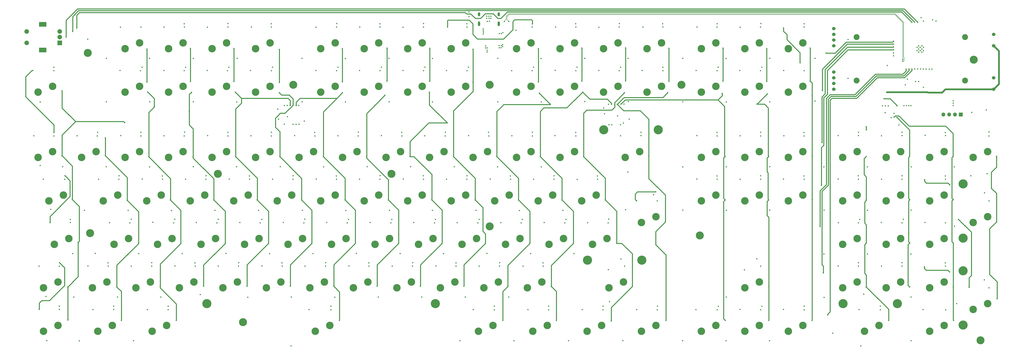
<source format=gbr>
%TF.GenerationSoftware,KiCad,Pcbnew,8.0.8*%
%TF.CreationDate,2025-04-23T12:27:23+02:00*%
%TF.ProjectId,Clavier,436c6176-6965-4722-9e6b-696361645f70,0.0*%
%TF.SameCoordinates,Original*%
%TF.FileFunction,Copper,L3,Inr*%
%TF.FilePolarity,Positive*%
%FSLAX46Y46*%
G04 Gerber Fmt 4.6, Leading zero omitted, Abs format (unit mm)*
G04 Created by KiCad (PCBNEW 8.0.8) date 2025-04-23 12:27:23*
%MOMM*%
%LPD*%
G01*
G04 APERTURE LIST*
%TA.AperFunction,ComponentPad*%
%ADD10C,4.000000*%
%TD*%
%TA.AperFunction,ComponentPad*%
%ADD11R,2.000000X2.000000*%
%TD*%
%TA.AperFunction,ComponentPad*%
%ADD12C,2.000000*%
%TD*%
%TA.AperFunction,ComponentPad*%
%ADD13R,3.200000X2.000000*%
%TD*%
%TA.AperFunction,ComponentPad*%
%ADD14C,1.524000*%
%TD*%
%TA.AperFunction,ComponentPad*%
%ADD15C,2.600000*%
%TD*%
%TA.AperFunction,ComponentPad*%
%ADD16C,3.300000*%
%TD*%
%TA.AperFunction,ComponentPad*%
%ADD17C,3.500000*%
%TD*%
%TA.AperFunction,ComponentPad*%
%ADD18R,1.700000X1.700000*%
%TD*%
%TA.AperFunction,ComponentPad*%
%ADD19O,1.700000X1.700000*%
%TD*%
%TA.AperFunction,HeatsinkPad*%
%ADD20C,0.600000*%
%TD*%
%TA.AperFunction,ComponentPad*%
%ADD21O,1.000000X1.800000*%
%TD*%
%TA.AperFunction,ComponentPad*%
%ADD22O,1.000000X2.100000*%
%TD*%
%TA.AperFunction,ViaPad*%
%ADD23C,0.600000*%
%TD*%
%TA.AperFunction,Conductor*%
%ADD24C,0.800000*%
%TD*%
%TA.AperFunction,Conductor*%
%ADD25C,0.400000*%
%TD*%
%TA.AperFunction,Conductor*%
%ADD26C,0.158200*%
%TD*%
%TA.AperFunction,Conductor*%
%ADD27C,0.200000*%
%TD*%
G04 APERTURE END LIST*
D10*
%TO.N,*%
%TO.C,S1*%
X344408750Y-161925000D03*
X368221250Y-161925000D03*
%TD*%
%TO.N,*%
%TO.C,S7*%
X449183750Y-238125000D03*
X472996250Y-238125000D03*
%TD*%
D11*
%TO.N,RE_A*%
%TO.C,SW3*%
X106140000Y-123785000D03*
D12*
%TO.N,RE_B*%
X106140000Y-118785000D03*
%TO.N,GND*%
X106140000Y-121285000D03*
D13*
X98640000Y-126885000D03*
X98640000Y-115685000D03*
D12*
%TO.N,RE_S*%
X91640000Y-118785000D03*
%TO.N,GND*%
X91640000Y-123785000D03*
%TD*%
D10*
%TO.N,*%
%TO.C,S5*%
X501730000Y-247491250D03*
X501730000Y-223678750D03*
%TD*%
%TO.N,*%
%TO.C,S6*%
X170577500Y-238125000D03*
X270590000Y-238125000D03*
%TD*%
%TO.N,*%
%TO.C,S3*%
X501730000Y-209391250D03*
X501730000Y-185578750D03*
%TD*%
%TO.N,*%
%TO.C,S4*%
X337265000Y-219075000D03*
X361077500Y-219075000D03*
%TD*%
D14*
%TO.N,unconnected-(RV2-Pad1)*%
%TO.C,RV2*%
X445140000Y-139085000D03*
%TO.N,unconnected-(RV2-Pad2)*%
X445140000Y-136585000D03*
%TO.N,unconnected-(RV2-Pad3)*%
X515140000Y-139085000D03*
%TO.N,GND*%
X445140000Y-144085000D03*
%TO.N,Net-(R27-Pad1)*%
X445140000Y-141585000D03*
%TO.N,+3.3V*%
X515140000Y-144085000D03*
D15*
%TO.N,GND*%
X455140000Y-140335000D03*
X502640000Y-140335000D03*
%TD*%
D14*
%TO.N,unconnected-(RV1-Pad1)*%
%TO.C,RV1*%
X445140000Y-120035000D03*
%TO.N,unconnected-(RV1-Pad2)*%
X445140000Y-117535000D03*
%TO.N,unconnected-(RV1-Pad3)*%
X515140000Y-120035000D03*
%TO.N,GND*%
X445140000Y-125035000D03*
%TO.N,Net-(R4-Pad2)*%
X445140000Y-122535000D03*
%TO.N,+3.3V*%
X515140000Y-125035000D03*
D15*
%TO.N,GND*%
X455140000Y-121285000D03*
X502640000Y-121285000D03*
%TD*%
D16*
%TO.N,Column 11*%
%TO.C,MX42*%
X293450000Y-171450000D03*
%TO.N,Net-(D42-A)*%
X287100000Y-173990000D03*
%TD*%
%TO.N,Column 8*%
%TO.C,MX60*%
X245825000Y-190500000D03*
%TO.N,Net-(D60-A)*%
X239475000Y-193040000D03*
%TD*%
%TO.N,Column 1*%
%TO.C,MX53*%
X107712500Y-190500000D03*
%TO.N,Net-(D53-A)*%
X101362500Y-193040000D03*
%TD*%
%TO.N,Column 11*%
%TO.C,MX84*%
X307737500Y-209550000D03*
%TO.N,Net-(D84-A)*%
X301387500Y-212090000D03*
%TD*%
%TO.N,Column 16*%
%TO.C,MX30*%
X412512500Y-142875000D03*
%TO.N,Net-(D30-A)*%
X406162500Y-145415000D03*
%TD*%
%TO.N,Column 1*%
%TO.C,MX74*%
X110093750Y-209550000D03*
%TO.N,Net-(D74-A)*%
X103743750Y-212090000D03*
%TD*%
%TO.N,Column 11*%
%TO.C,MX63*%
X302975000Y-190500000D03*
%TO.N,Net-(D63-A)*%
X296625000Y-193040000D03*
%TD*%
%TO.N,Column 17*%
%TO.C,MX15*%
X431562500Y-123825000D03*
%TO.N,Net-(D15-A)*%
X425212500Y-126365000D03*
%TD*%
%TO.N,Column 2*%
%TO.C,MX54*%
X131525000Y-190500000D03*
%TO.N,Net-(D54-A)*%
X125175000Y-193040000D03*
%TD*%
%TO.N,Column 9*%
%TO.C,MX23*%
X264875000Y-142875000D03*
%TO.N,Net-(D23-A)*%
X258525000Y-145415000D03*
%TD*%
%TO.N,Column 8*%
%TO.C,MX22*%
X245825000Y-142875000D03*
%TO.N,Net-(D22-A)*%
X239475000Y-145415000D03*
%TD*%
%TO.N,Column 14*%
%TO.C,MX45*%
X360125000Y-171450000D03*
%TO.N,Net-(D45-A)*%
X353775000Y-173990000D03*
%TD*%
%TO.N,Column 13*%
%TO.C,MX86*%
X345837500Y-209550000D03*
%TO.N,Net-(D86-A)*%
X339487500Y-212090000D03*
%TD*%
%TO.N,Column 14*%
%TO.C,MX28*%
X369650000Y-142875000D03*
%TO.N,Net-(D28-A)*%
X363300000Y-145415000D03*
%TD*%
%TO.N,Column 13*%
%TO.C,MX114*%
X343456250Y-247650000D03*
%TO.N,Net-(D114-A)*%
X337106250Y-250190000D03*
%TD*%
%TO.N,Column 16*%
%TO.C,MX68*%
X412512500Y-190500000D03*
%TO.N,Net-(D68-A)*%
X406162500Y-193040000D03*
%TD*%
%TO.N,Column 14*%
%TO.C,MX115*%
X367268750Y-247650000D03*
%TO.N,Net-(D115-A)*%
X360918750Y-250190000D03*
%TD*%
%TO.N,Column 18*%
%TO.C,MX87*%
X455375000Y-209550000D03*
%TO.N,Net-(D87-A)*%
X449025000Y-212090000D03*
%TD*%
%TO.N,Column 16*%
%TO.C,MX117*%
X412512500Y-247650000D03*
%TO.N,Net-(D117-A)*%
X406162500Y-250190000D03*
%TD*%
%TO.N,Column 6*%
%TO.C,MX20*%
X198200000Y-142875000D03*
%TO.N,Net-(D20-A)*%
X191850000Y-145415000D03*
%TD*%
D17*
%TO.N,GND*%
%TO.C,H6*%
X294415166Y-142177270D03*
%TD*%
D16*
%TO.N,Column 6*%
%TO.C,MX58*%
X207725000Y-190500000D03*
%TO.N,Net-(D58-A)*%
X201375000Y-193040000D03*
%TD*%
%TO.N,Column 12*%
%TO.C,MX101*%
X317262500Y-228600000D03*
%TO.N,Net-(D101-A)*%
X310912500Y-231140000D03*
%TD*%
%TO.N,Column 12*%
%TO.C,MX64*%
X322025000Y-190500000D03*
%TO.N,Net-(D64-A)*%
X315675000Y-193040000D03*
%TD*%
D18*
%TO.N,GND*%
%TO.C,J2*%
X500715166Y-155177270D03*
D19*
%TO.N,GPIO2*%
X498175166Y-155177270D03*
%TO.N,GPIO1*%
X495635166Y-155177270D03*
%TO.N,Net-(J2-Pin_4)*%
X493095166Y-155177270D03*
%TD*%
D16*
%TO.N,Column 14*%
%TO.C,MX66*%
X367268750Y-200025000D03*
%TO.N,Net-(D66-A)*%
X360918750Y-202565000D03*
%TD*%
%TO.N,Column 6*%
%TO.C,MX95*%
X202962500Y-228600000D03*
%TO.N,Net-(D95-A)*%
X196612500Y-231140000D03*
%TD*%
%TO.N,Column 16*%
%TO.C,MX14*%
X412512500Y-123825000D03*
%TO.N,Net-(D14-A)*%
X406162500Y-126365000D03*
%TD*%
%TO.N,Column 12*%
%TO.C,MX85*%
X326787500Y-209550000D03*
%TO.N,Net-(D85-A)*%
X320437500Y-212090000D03*
%TD*%
%TO.N,Column 10*%
%TO.C,MX99*%
X279162500Y-228600000D03*
%TO.N,Net-(D99-A)*%
X272812500Y-231140000D03*
%TD*%
%TO.N,Column 12*%
%TO.C,MX113*%
X319643750Y-247650000D03*
%TO.N,Net-(D113-A)*%
X313293750Y-250190000D03*
%TD*%
%TO.N,Column 9*%
%TO.C,MX61*%
X264875000Y-190500000D03*
%TO.N,Net-(D61-A)*%
X258525000Y-193040000D03*
%TD*%
%TO.N,Column 3*%
%TO.C,MX1*%
X141050000Y-123825000D03*
%TO.N,Net-(D1-A)*%
X134700000Y-126365000D03*
%TD*%
%TO.N,Column 18*%
%TO.C,MX49*%
X455375000Y-171450000D03*
%TO.N,Net-(D49-A)*%
X449025000Y-173990000D03*
%TD*%
%TO.N,Column 13*%
%TO.C,MX44*%
X331550000Y-171450000D03*
%TO.N,Net-(D44-A)*%
X325200000Y-173990000D03*
%TD*%
%TO.N,Column 15*%
%TO.C,MX116*%
X393462500Y-247650000D03*
%TO.N,Net-(D116-A)*%
X387112500Y-250190000D03*
%TD*%
D17*
%TO.N,GND*%
%TO.C,H7*%
X294415166Y-204177270D03*
%TD*%
D16*
%TO.N,Column 5*%
%TO.C,MX19*%
X179150000Y-142875000D03*
%TO.N,Net-(D19-A)*%
X172800000Y-145415000D03*
%TD*%
%TO.N,Column 12*%
%TO.C,MX10*%
X331550000Y-123825000D03*
%TO.N,Net-(D10-A)*%
X325200000Y-126365000D03*
%TD*%
%TO.N,Column 2*%
%TO.C,MX75*%
X136287500Y-209550000D03*
%TO.N,Net-(D75-A)*%
X129937500Y-212090000D03*
%TD*%
%TO.N,Column 14*%
%TO.C,MX12*%
X369650000Y-123825000D03*
%TO.N,Net-(D12-A)*%
X363300000Y-126365000D03*
%TD*%
%TO.N,Column 6*%
%TO.C,MX37*%
X198200000Y-171450000D03*
%TO.N,Net-(D37-A)*%
X191850000Y-173990000D03*
%TD*%
%TO.N,Column 7*%
%TO.C,MX96*%
X222012500Y-228600000D03*
%TO.N,Net-(D96-A)*%
X215662500Y-231140000D03*
%TD*%
%TO.N,Column 3*%
%TO.C,MX76*%
X155337500Y-209550000D03*
%TO.N,Net-(D76-A)*%
X148987500Y-212090000D03*
%TD*%
D17*
%TO.N,GND*%
%TO.C,H10*%
X175415166Y-181177270D03*
%TD*%
D16*
%TO.N,Column 5*%
%TO.C,MX57*%
X188675000Y-190500000D03*
%TO.N,Net-(D57-A)*%
X182325000Y-193040000D03*
%TD*%
%TO.N,Column 17*%
%TO.C,MX48*%
X431562500Y-171450000D03*
%TO.N,Net-(D48-A)*%
X425212500Y-173990000D03*
%TD*%
%TO.N,Column 21*%
%TO.C,MX73*%
X512525000Y-200025000D03*
%TO.N,Net-(D73-A)*%
X506175000Y-202565000D03*
%TD*%
%TO.N,Column 20*%
%TO.C,MX106*%
X493475000Y-228600000D03*
%TO.N,Net-(D106-A)*%
X487125000Y-231140000D03*
%TD*%
%TO.N,Column 3*%
%TO.C,MX92*%
X145812500Y-228600000D03*
%TO.N,Net-(D92-A)*%
X139462500Y-231140000D03*
%TD*%
%TO.N,Column 20*%
%TO.C,MX89*%
X493475000Y-209550000D03*
%TO.N,Net-(D89-A)*%
X487125000Y-212090000D03*
%TD*%
%TO.N,Column 2*%
%TO.C,MX109*%
X129143750Y-247650000D03*
%TO.N,Net-(D109-A)*%
X122793750Y-250190000D03*
%TD*%
%TO.N,Column 10*%
%TO.C,MX24*%
X283925000Y-142875000D03*
%TO.N,Net-(D24-A)*%
X277575000Y-145415000D03*
%TD*%
%TO.N,Column 3*%
%TO.C,MX110*%
X152956250Y-247650000D03*
%TO.N,Net-(D110-A)*%
X146606250Y-250190000D03*
%TD*%
%TO.N,Column 3*%
%TO.C,MX34*%
X141050000Y-171450000D03*
%TO.N,Net-(D34-A)*%
X134700000Y-173990000D03*
%TD*%
%TO.N,Column 7*%
%TO.C,MX5*%
X226775000Y-123825000D03*
%TO.N,Net-(D5-A)*%
X220425000Y-126365000D03*
%TD*%
%TO.N,Column 17*%
%TO.C,MX31*%
X431610176Y-142875000D03*
%TO.N,Net-(D31-A)*%
X425260176Y-145415000D03*
%TD*%
D17*
%TO.N,GND*%
%TO.C,H8*%
X208415166Y-142177270D03*
%TD*%
D16*
%TO.N,Column 9*%
%TO.C,MX40*%
X255350000Y-171450000D03*
%TO.N,Net-(D40-A)*%
X249000000Y-173990000D03*
%TD*%
%TO.N,Column 9*%
%TO.C,MX82*%
X269637500Y-209550000D03*
%TO.N,Net-(D82-A)*%
X263287500Y-212090000D03*
%TD*%
%TO.N,Column 6*%
%TO.C,MX79*%
X212487500Y-209550000D03*
%TO.N,Net-(D79-A)*%
X206137500Y-212090000D03*
%TD*%
%TO.N,Column 3*%
%TO.C,MX55*%
X150575000Y-190500000D03*
%TO.N,Net-(D55-A)*%
X144225000Y-193040000D03*
%TD*%
%TO.N,Column 4*%
%TO.C,MX56*%
X169625000Y-190500000D03*
%TO.N,Net-(D56-A)*%
X163275000Y-193040000D03*
%TD*%
D17*
%TO.N,GND*%
%TO.C,H4*%
X506415166Y-131177270D03*
%TD*%
D16*
%TO.N,Column 15*%
%TO.C,MX13*%
X393462500Y-123825000D03*
%TO.N,Net-(D13-A)*%
X387112500Y-126365000D03*
%TD*%
%TO.N,Column 19*%
%TO.C,MX71*%
X474425000Y-190500000D03*
%TO.N,Net-(D71-A)*%
X468075000Y-193040000D03*
%TD*%
D17*
%TO.N,GND*%
%TO.C,H2*%
X118415166Y-128177270D03*
%TD*%
D16*
%TO.N,Column 13*%
%TO.C,MX65*%
X341075000Y-190500000D03*
%TO.N,Net-(D65-A)*%
X334725000Y-193040000D03*
%TD*%
%TO.N,Column 1*%
%TO.C,MX90*%
X105331250Y-228600000D03*
%TO.N,Net-(D90-A)*%
X98981250Y-231140000D03*
%TD*%
%TO.N,Column 20*%
%TO.C,MX120*%
X493475000Y-247650000D03*
%TO.N,Net-(D120-A)*%
X487125000Y-250190000D03*
%TD*%
D20*
%TO.N,GND*%
%TO.C,U1*%
X482305000Y-127865000D03*
X483705000Y-127865000D03*
X481605000Y-127165000D03*
X483005000Y-127165000D03*
X484405000Y-127165000D03*
X482305000Y-126465000D03*
X483705000Y-126465000D03*
X481605000Y-125765000D03*
X483005000Y-125765000D03*
X484405000Y-125765000D03*
X482305000Y-125065000D03*
X483705000Y-125065000D03*
%TD*%
D16*
%TO.N,Column 13*%
%TO.C,MX11*%
X350600000Y-123825000D03*
%TO.N,Net-(D11-A)*%
X344250000Y-126365000D03*
%TD*%
D17*
%TO.N,GND*%
%TO.C,H11*%
X378415166Y-142177270D03*
%TD*%
%TO.N,GND*%
%TO.C,H12*%
X251415166Y-181177270D03*
%TD*%
D16*
%TO.N,Column 4*%
%TO.C,MX2*%
X160100000Y-123825000D03*
%TO.N,Net-(D2-A)*%
X153750000Y-126365000D03*
%TD*%
%TO.N,Column 4*%
%TO.C,MX93*%
X164862500Y-228600000D03*
%TO.N,Net-(D93-A)*%
X158512500Y-231140000D03*
%TD*%
%TO.N,Column 7*%
%TO.C,MX59*%
X226775000Y-190500000D03*
%TO.N,Net-(D59-A)*%
X220425000Y-193040000D03*
%TD*%
%TO.N,Column 8*%
%TO.C,MX39*%
X236300000Y-171450000D03*
%TO.N,Net-(D39-A)*%
X229950000Y-173990000D03*
%TD*%
%TO.N,Column 4*%
%TO.C,MX77*%
X174387500Y-209550000D03*
%TO.N,Net-(D77-A)*%
X168037500Y-212090000D03*
%TD*%
D17*
%TO.N,GND*%
%TO.C,H3*%
X509414200Y-254178000D03*
%TD*%
D16*
%TO.N,Column 4*%
%TO.C,MX18*%
X160100000Y-142875000D03*
%TO.N,Net-(D18-A)*%
X153750000Y-145415000D03*
%TD*%
%TO.N,Column 3*%
%TO.C,MX17*%
X141050000Y-142875000D03*
%TO.N,Net-(D17-A)*%
X134700000Y-145415000D03*
%TD*%
%TO.N,Column 19*%
%TO.C,MX50*%
X474425000Y-171450000D03*
%TO.N,Net-(D50-A)*%
X468075000Y-173990000D03*
%TD*%
%TO.N,Column 10*%
%TO.C,MX41*%
X274400000Y-171450000D03*
%TO.N,Net-(D41-A)*%
X268050000Y-173990000D03*
%TD*%
%TO.N,Column 16*%
%TO.C,MX103*%
X412512500Y-228600000D03*
%TO.N,Net-(D103-A)*%
X406162500Y-231140000D03*
%TD*%
%TO.N,Column 5*%
%TO.C,MX78*%
X193437500Y-209550000D03*
%TO.N,Net-(D78-A)*%
X187087500Y-212090000D03*
%TD*%
%TO.N,Column 18*%
%TO.C,MX70*%
X455375000Y-190500000D03*
%TO.N,Net-(D70-A)*%
X449025000Y-193040000D03*
%TD*%
%TO.N,Column 12*%
%TO.C,MX43*%
X312500000Y-171450000D03*
%TO.N,Net-(D43-A)*%
X306150000Y-173990000D03*
%TD*%
%TO.N,Column 9*%
%TO.C,MX98*%
X260112500Y-228600000D03*
%TO.N,Net-(D98-A)*%
X253762500Y-231140000D03*
%TD*%
D17*
%TO.N,GND*%
%TO.C,H9*%
X119415166Y-207177270D03*
%TD*%
D16*
%TO.N,Column 18*%
%TO.C,MX104*%
X455375000Y-228600000D03*
%TO.N,Net-(D104-A)*%
X449025000Y-231140000D03*
%TD*%
%TO.N,Column 11*%
%TO.C,MX100*%
X298212500Y-228600000D03*
%TO.N,Net-(D100-A)*%
X291862500Y-231140000D03*
%TD*%
%TO.N,Column 21*%
%TO.C,MX52*%
X512525000Y-171450000D03*
%TO.N,Net-(D52-A)*%
X506175000Y-173990000D03*
%TD*%
%TO.N,Column 20*%
%TO.C,MX72*%
X493475000Y-190500000D03*
%TO.N,Net-(D72-A)*%
X487125000Y-193040000D03*
%TD*%
%TO.N,Column 11*%
%TO.C,MX9*%
X312500000Y-123825000D03*
%TO.N,Net-(D9-A)*%
X306150000Y-126365000D03*
%TD*%
%TO.N,Column 5*%
%TO.C,MX94*%
X183912500Y-228600000D03*
%TO.N,Net-(D94-A)*%
X177562500Y-231140000D03*
%TD*%
%TO.N,Column 12*%
%TO.C,MX26*%
X331550000Y-142875000D03*
%TO.N,Net-(D26-A)*%
X325200000Y-145415000D03*
%TD*%
%TO.N,Column 8*%
%TO.C,MX97*%
X241062500Y-228600000D03*
%TO.N,Net-(D97-A)*%
X234712500Y-231140000D03*
%TD*%
%TO.N,Column 9*%
%TO.C,MX7*%
X264875000Y-123825000D03*
%TO.N,Net-(D7-A)*%
X258525000Y-126365000D03*
%TD*%
%TO.N,Column 20*%
%TO.C,MX51*%
X493475000Y-171450000D03*
%TO.N,Net-(D51-A)*%
X487125000Y-173990000D03*
%TD*%
%TO.N,Column 19*%
%TO.C,MX88*%
X474425000Y-209550000D03*
%TO.N,Net-(D88-A)*%
X468075000Y-212090000D03*
%TD*%
%TO.N,Column 4*%
%TO.C,MX35*%
X160100000Y-171450000D03*
%TO.N,Net-(D35-A)*%
X153750000Y-173990000D03*
%TD*%
%TO.N,Column 1*%
%TO.C,MX16*%
X102950000Y-142875000D03*
%TO.N,Net-(D16-A)*%
X96600000Y-145415000D03*
%TD*%
%TO.N,Column 10*%
%TO.C,MX83*%
X288687500Y-209550000D03*
%TO.N,Net-(D83-A)*%
X282337500Y-212090000D03*
%TD*%
%TO.N,Column 5*%
%TO.C,MX3*%
X179150000Y-123825000D03*
%TO.N,Net-(D3-A)*%
X172800000Y-126365000D03*
%TD*%
D17*
%TO.N,GND*%
%TO.C,H5*%
X386415166Y-208176570D03*
%TD*%
D16*
%TO.N,Column 1*%
%TO.C,MX108*%
X105331250Y-247650000D03*
%TO.N,Net-(D108-A)*%
X98981250Y-250190000D03*
%TD*%
D17*
%TO.N,GND*%
%TO.C,H1*%
X186415166Y-246177270D03*
%TD*%
D16*
%TO.N,Column 15*%
%TO.C,MX67*%
X393462500Y-190500000D03*
%TO.N,Net-(D67-A)*%
X387112500Y-193040000D03*
%TD*%
%TO.N,Column 13*%
%TO.C,MX102*%
X352981250Y-228600000D03*
%TO.N,Net-(D102-A)*%
X346631250Y-231140000D03*
%TD*%
%TO.N,Column 10*%
%TO.C,MX62*%
X283925000Y-190500000D03*
%TO.N,Net-(D62-A)*%
X277575000Y-193040000D03*
%TD*%
D21*
%TO.N,GND*%
%TO.C,J1*%
X289772471Y-111232529D03*
D22*
X289772471Y-115432529D03*
D21*
X298412471Y-111232529D03*
D22*
X298412471Y-115432529D03*
%TD*%
D16*
%TO.N,Column 5*%
%TO.C,MX36*%
X179150000Y-171450000D03*
%TO.N,Net-(D36-A)*%
X172800000Y-173990000D03*
%TD*%
%TO.N,Column 18*%
%TO.C,MX119*%
X464900000Y-247650000D03*
%TO.N,Net-(D119-A)*%
X458550000Y-250190000D03*
%TD*%
%TO.N,Column 1*%
%TO.C,MX32*%
X102950000Y-171450000D03*
%TO.N,Net-(D32-A)*%
X96600000Y-173990000D03*
%TD*%
%TO.N,Column 6*%
%TO.C,MX4*%
X198200000Y-123825000D03*
%TO.N,Net-(D4-A)*%
X191850000Y-126365000D03*
%TD*%
%TO.N,Column 17*%
%TO.C,MX118*%
X431562500Y-247650000D03*
%TO.N,Net-(D118-A)*%
X425212500Y-250190000D03*
%TD*%
%TO.N,Column 8*%
%TO.C,MX81*%
X250587500Y-209550000D03*
%TO.N,Net-(D81-A)*%
X244237500Y-212090000D03*
%TD*%
%TO.N,Column 7*%
%TO.C,MX21*%
X226775000Y-142875000D03*
%TO.N,Net-(D21-A)*%
X220425000Y-145415000D03*
%TD*%
%TO.N,Column 11*%
%TO.C,MX112*%
X295831250Y-247650000D03*
%TO.N,Net-(D112-A)*%
X289481250Y-250190000D03*
%TD*%
%TO.N,Column 17*%
%TO.C,MX69*%
X431562500Y-190500000D03*
%TO.N,Net-(D69-A)*%
X425212500Y-193040000D03*
%TD*%
%TO.N,Column 8*%
%TO.C,MX6*%
X245825000Y-123825000D03*
%TO.N,Net-(D6-A)*%
X239475000Y-126365000D03*
%TD*%
%TO.N,Column 7*%
%TO.C,MX80*%
X231537500Y-209550000D03*
%TO.N,Net-(D80-A)*%
X225187500Y-212090000D03*
%TD*%
%TO.N,Column 15*%
%TO.C,MX46*%
X393462500Y-171450000D03*
%TO.N,Net-(D46-A)*%
X387112500Y-173990000D03*
%TD*%
%TO.N,Column 7*%
%TO.C,MX38*%
X217250000Y-171450000D03*
%TO.N,Net-(D38-A)*%
X210900000Y-173990000D03*
%TD*%
%TO.N,Column 2*%
%TO.C,MX33*%
X122000000Y-171450000D03*
%TO.N,Net-(D33-A)*%
X115650000Y-173990000D03*
%TD*%
%TO.N,Column 7*%
%TO.C,MX111*%
X224393750Y-247650000D03*
%TO.N,Net-(D111-A)*%
X218043750Y-250190000D03*
%TD*%
%TO.N,Column 19*%
%TO.C,MX105*%
X474425000Y-228600000D03*
%TO.N,Net-(D105-A)*%
X468075000Y-231140000D03*
%TD*%
%TO.N,Column 2*%
%TO.C,MX91*%
X126762500Y-228600000D03*
%TO.N,Net-(D91-A)*%
X120412500Y-231140000D03*
%TD*%
%TO.N,Column 10*%
%TO.C,MX8*%
X283925000Y-123825000D03*
%TO.N,Net-(D8-A)*%
X277575000Y-126365000D03*
%TD*%
%TO.N,Column 11*%
%TO.C,MX25*%
X312500000Y-142875000D03*
%TO.N,Net-(D25-A)*%
X306150000Y-145415000D03*
%TD*%
%TO.N,Column 13*%
%TO.C,MX27*%
X350600000Y-142875000D03*
%TO.N,Net-(D27-A)*%
X344250000Y-145415000D03*
%TD*%
%TO.N,Column 16*%
%TO.C,MX47*%
X412512500Y-171450000D03*
%TO.N,Net-(D47-A)*%
X406162500Y-173990000D03*
%TD*%
%TO.N,Column 15*%
%TO.C,MX29*%
X393462500Y-142875000D03*
%TO.N,Net-(D29-A)*%
X387112500Y-145415000D03*
%TD*%
%TO.N,Column 21*%
%TO.C,MX107*%
X512525000Y-238125000D03*
%TO.N,Net-(D107-A)*%
X506175000Y-240665000D03*
%TD*%
D23*
%TO.N,+5V*%
X227353750Y-116852500D03*
X227353750Y-183552500D03*
X413153750Y-164552500D03*
X184453750Y-221652500D03*
X477940000Y-151265000D03*
X313053750Y-135952500D03*
X232053750Y-202652500D03*
X466459403Y-151351708D03*
X296440000Y-240765000D03*
X105953125Y-240665000D03*
X475053750Y-221652500D03*
X497415166Y-149177270D03*
X236853750Y-164552500D03*
X179653750Y-135952500D03*
X327353750Y-202652500D03*
X193953750Y-202652500D03*
X455953750Y-202652500D03*
X394053750Y-240752500D03*
X265453750Y-183552500D03*
X284540000Y-116865000D03*
X494053750Y-202652500D03*
X394053750Y-183552500D03*
X303553750Y-183552500D03*
X351153750Y-116852500D03*
X224940000Y-240765000D03*
X475053750Y-202652500D03*
X108340000Y-183565000D03*
X179753750Y-164552500D03*
X432140000Y-135965000D03*
X370240000Y-135965000D03*
X255953750Y-164552500D03*
X513140000Y-164565000D03*
X313153750Y-164552500D03*
X475053750Y-164452500D03*
X293340000Y-126965000D03*
X153585000Y-240710000D03*
X105953125Y-221665000D03*
X198840000Y-116865000D03*
X351153750Y-135952500D03*
X394053750Y-164552500D03*
X494053750Y-183552500D03*
X432153750Y-240752500D03*
X174953750Y-202652500D03*
X160653750Y-164552500D03*
X293340000Y-127765000D03*
X455953750Y-221652500D03*
X170153750Y-183552500D03*
X322653750Y-183552500D03*
X289253750Y-202652500D03*
X227353750Y-135952500D03*
X274953750Y-164552500D03*
X360740000Y-164465000D03*
X432153750Y-164552500D03*
X494053750Y-221652500D03*
X141653750Y-116852500D03*
X222553750Y-221652500D03*
X201940000Y-157265000D03*
X160753750Y-116852500D03*
X313053750Y-116852500D03*
X465540000Y-240765000D03*
X141553750Y-135952500D03*
X367840000Y-240765000D03*
X455953750Y-164452500D03*
X246353750Y-183552500D03*
X332153750Y-116852500D03*
X494140000Y-240765000D03*
X294053750Y-164552500D03*
X165453125Y-221665000D03*
X203553750Y-221652500D03*
X475840000Y-151265000D03*
X284453750Y-183552500D03*
X370240000Y-116865000D03*
X344740000Y-154865000D03*
X179753750Y-116852500D03*
X413153750Y-183552500D03*
X129753125Y-240665000D03*
X217853750Y-164552500D03*
X270253750Y-202652500D03*
X246453750Y-116852500D03*
X455953750Y-183552500D03*
X208353750Y-183552500D03*
X279653750Y-221652500D03*
X198853750Y-164552500D03*
X513140000Y-231165000D03*
X251153750Y-202652500D03*
X413140000Y-221665000D03*
X198840000Y-135965000D03*
X189253750Y-183552500D03*
X151153750Y-183552500D03*
X494053750Y-164452500D03*
X344040000Y-240765000D03*
X346353750Y-202652500D03*
X308253750Y-202652500D03*
X367840000Y-193065000D03*
X341653750Y-183552500D03*
X146453125Y-221665000D03*
X292640000Y-125165000D03*
X320240000Y-240765000D03*
X284540000Y-135965000D03*
X265453750Y-116852500D03*
X292640000Y-125965000D03*
X103540000Y-164565000D03*
X260653750Y-221652500D03*
X497415166Y-150177270D03*
X127353125Y-221665000D03*
X136853750Y-202652500D03*
X413053750Y-135952500D03*
X103540000Y-135965000D03*
X265453750Y-135952500D03*
X246453750Y-135952500D03*
X505140000Y-182065000D03*
X393953750Y-116852500D03*
X210907547Y-159465000D03*
X432153750Y-183552500D03*
X332153750Y-164552500D03*
X353540000Y-221665000D03*
X497415166Y-151177270D03*
X393953750Y-135952500D03*
X160653750Y-135952500D03*
X413153750Y-240752500D03*
X213053750Y-202652500D03*
X352996983Y-158886995D03*
X413053750Y-116852500D03*
X478940000Y-151265000D03*
X110740000Y-202565000D03*
X132053750Y-183552500D03*
X475053750Y-183552500D03*
X293340000Y-125965000D03*
X122553750Y-164552500D03*
X505540000Y-154265000D03*
X155953750Y-202652500D03*
X241553750Y-221652500D03*
X432140000Y-116852500D03*
X513140000Y-193065000D03*
X476940000Y-151265000D03*
X317853750Y-221652500D03*
X332153750Y-135952500D03*
X298753750Y-221652500D03*
X141653750Y-164552500D03*
%TO.N,+3.3V*%
X468320466Y-145377270D03*
X118427500Y-122177500D03*
X486362516Y-145524620D03*
%TO.N,EN*%
X488140000Y-135265000D03*
X468540000Y-133665000D03*
%TO.N,RE_S*%
X113540000Y-117265000D03*
X479305487Y-114734336D03*
%TO.N,RE_A*%
X108940000Y-121265000D03*
X481858341Y-114715214D03*
%TO.N,RE_B*%
X480550047Y-114748679D03*
X111772500Y-118785000D03*
%TO.N,Row 1*%
X441740000Y-128265000D03*
X471295000Y-123065000D03*
%TO.N,Row 2*%
X471272284Y-124325512D03*
X440140000Y-144665000D03*
%TO.N,Row 3*%
X471253948Y-125597284D03*
X439940000Y-167465000D03*
%TO.N,Row 4*%
X471253948Y-126859370D03*
X439727500Y-186277500D03*
%TO.N,Row 5*%
X439140000Y-204265000D03*
X476763830Y-135274044D03*
%TO.N,Row 6*%
X440540000Y-224665000D03*
X478072124Y-135240579D03*
%TO.N,Row 7*%
X442540000Y-243065000D03*
X479316684Y-135254922D03*
%TO.N,POT 1*%
X471279022Y-128162761D03*
X451415166Y-122377270D03*
%TO.N,POT 2*%
X451415166Y-139377270D03*
X471295000Y-129465000D03*
%TO.N,Net-(D1-K)*%
X316958528Y-130602736D03*
X417078352Y-130586824D03*
X269333528Y-130602736D03*
X250327352Y-130586824D03*
X183840000Y-130586824D03*
X436890000Y-130586824D03*
X164602352Y-130586824D03*
X397984528Y-130602736D03*
X297952352Y-130586824D03*
X126502352Y-130531000D03*
X336052352Y-130543000D03*
X145508528Y-130546912D03*
X212227352Y-130586824D03*
X355058528Y-130586824D03*
X378978352Y-130586824D03*
X231233528Y-130602736D03*
%TO.N,Net-(D16-K)*%
X417122176Y-149648824D03*
X336096176Y-149521824D03*
X97590176Y-149720000D03*
X250371176Y-149648824D03*
X164646176Y-149648824D03*
X297996176Y-149648824D03*
X317002352Y-149664736D03*
X436890000Y-149265000D03*
X355102352Y-149537736D03*
X183652352Y-149664736D03*
X212271176Y-149648824D03*
X126546176Y-149593000D03*
X269377352Y-149664736D03*
X398028352Y-149664736D03*
X231277352Y-149664736D03*
X145552352Y-149608912D03*
X379022176Y-149648824D03*
%TO.N,Net-(D32-K)*%
X297908528Y-178100736D03*
X97606088Y-177576824D03*
X479040000Y-178165000D03*
X145508528Y-178100736D03*
X459833528Y-178100736D03*
X259808528Y-178044912D03*
X354940000Y-180465000D03*
X398028352Y-178165000D03*
X278902352Y-178084824D03*
X126502352Y-178084824D03*
X240802352Y-178029000D03*
X440840000Y-178165000D03*
X497869264Y-178165000D03*
X317046176Y-178168000D03*
X164602352Y-178029000D03*
X417078352Y-178084824D03*
X379040000Y-178165000D03*
X202702352Y-178084824D03*
X107408528Y-178044912D03*
X221708528Y-178100736D03*
X183608528Y-178044912D03*
%TO.N,Net-(D53-K)*%
X193260528Y-197221912D03*
X250540000Y-197221912D03*
X212398176Y-197218000D03*
X353920000Y-196948088D03*
X288471176Y-197218000D03*
X116933528Y-197221912D03*
X478971176Y-197146824D03*
X269377352Y-197178088D03*
X326527352Y-197206000D03*
X102234176Y-196765000D03*
X155077352Y-197233912D03*
X231404352Y-197233912D03*
X417122176Y-197146824D03*
X398028352Y-197162736D03*
X136071176Y-197218000D03*
X307477352Y-197233912D03*
X459877352Y-197162736D03*
X379022176Y-197146824D03*
X440871176Y-197146824D03*
X498065000Y-204159176D03*
X174127352Y-197206000D03*
%TO.N,Net-(D74-K)*%
X217053352Y-216156912D03*
X331353352Y-216156912D03*
X140770176Y-216141000D03*
X459833528Y-216327736D03*
X274203352Y-216156912D03*
X111830088Y-216184824D03*
X440827352Y-216311824D03*
X293253352Y-216101088D03*
X312347176Y-216141000D03*
X121676352Y-216101088D03*
X255197176Y-216141000D03*
X236103352Y-216101088D03*
X478927352Y-216311824D03*
X178953352Y-216101088D03*
X198047176Y-216141000D03*
X159776352Y-216156912D03*
%TO.N,Net-(D100-K)*%
X100130176Y-234937000D03*
X167690000Y-234065000D03*
X398028352Y-235179000D03*
X131400000Y-235234824D03*
X150400000Y-235234824D03*
X207528352Y-235234824D03*
X264722176Y-235246824D03*
X346940000Y-237265000D03*
X478971176Y-235206912D03*
X302822176Y-235191000D03*
X245628352Y-235234824D03*
X498993352Y-238068176D03*
X283728352Y-235234824D03*
X188478352Y-235290648D03*
X226578352Y-235290648D03*
X440871176Y-235373824D03*
X458290000Y-233965000D03*
X112278352Y-235234824D03*
%TO.N,Net-(D108-K)*%
X478971176Y-254368000D03*
X328984176Y-254368000D03*
X444740000Y-251065000D03*
X207440000Y-256600000D03*
X281359176Y-254368000D03*
X305108176Y-254368000D03*
X138484176Y-254368000D03*
X352733176Y-254368000D03*
X114691352Y-254383912D03*
X100440000Y-254368000D03*
X457000000Y-256600000D03*
X378895176Y-254368000D03*
X416995176Y-254368000D03*
X397945176Y-254368000D03*
%TO.N,Net-(J1-CC2)*%
X294340000Y-114265000D03*
X285390000Y-110265000D03*
%TO.N,Net-(J1-CC1)*%
X293394073Y-114348363D03*
X285390000Y-112265000D03*
%TO.N,Net-(LED1-DIN)*%
X160640000Y-115415000D03*
X132690000Y-116915000D03*
%TO.N,Net-(LED2-DIN)*%
X179798750Y-115335000D03*
X151848750Y-116835000D03*
%TO.N,Net-(LED3-DIN)*%
X170790000Y-116915000D03*
X198740000Y-115415000D03*
%TO.N,Net-(LED4-DIN)*%
X227454983Y-115353708D03*
X190093750Y-116835000D03*
%TO.N,Net-(LED5-DIN)*%
X246302500Y-115395000D03*
X218352500Y-116895000D03*
%TO.N,Net-(LED6-DIN)*%
X237548750Y-116835000D03*
X265498750Y-115335000D03*
%TO.N,Net-(LED7-DIN)*%
X256490000Y-116915000D03*
X284440000Y-115415000D03*
%TO.N,Net-(LED8-DIN)*%
X313140000Y-115465000D03*
X275940000Y-116865000D03*
%TO.N,Net-(LED10-DOUT)*%
X332102500Y-115395000D03*
X305940000Y-118265000D03*
%TO.N,Net-(LED10-DIN)*%
X323298750Y-116835000D03*
X351248750Y-115335000D03*
%TO.N,Net-(LED11-DIN)*%
X342240000Y-116915000D03*
X370190000Y-115415000D03*
%TO.N,Net-(LED12-DIN)*%
X361540000Y-116865000D03*
X394102500Y-115395000D03*
%TO.N,Net-(LED13-DIN)*%
X413198750Y-115335000D03*
X385248750Y-116835000D03*
%TO.N,Net-(LED14-DIN)*%
X404190000Y-116915000D03*
X432140000Y-115415000D03*
%TO.N,Net-(LED15-DIN)*%
X423140000Y-117265000D03*
X430390000Y-132515000D03*
%TO.N,Net-(LED16-DOUT)*%
X103590000Y-134415000D03*
X132577500Y-135902500D03*
%TO.N,Net-(LED16-DIN)*%
X94390000Y-135915000D03*
X103552500Y-163095000D03*
%TO.N,Net-(LED17-DOUT)*%
X142217500Y-134495000D03*
X151717500Y-135890000D03*
%TO.N,Net-(LED18-DOUT)*%
X161217500Y-134495000D03*
X170717500Y-135890000D03*
%TO.N,Net-(LED19-DOUT)*%
X180215000Y-134495000D03*
X189715000Y-135890000D03*
%TO.N,Net-(LED20-DOUT)*%
X199340000Y-134465000D03*
X218340000Y-135915000D03*
%TO.N,Net-(LED21-DOUT)*%
X237417500Y-135890000D03*
X227917500Y-134495000D03*
%TO.N,Net-(LED22-DOUT)*%
X246967500Y-134495000D03*
X256467500Y-135890000D03*
%TO.N,Net-(LED23-DOUT)*%
X266017500Y-134495000D03*
X275517500Y-135890000D03*
%TO.N,Net-(LED24-DOUT)*%
X304070000Y-135945000D03*
X285070000Y-134495000D03*
%TO.N,Net-(LED25-DOUT)*%
X323117500Y-135840000D03*
X313617500Y-134445000D03*
%TO.N,Net-(LED26-DOUT)*%
X332717500Y-134495000D03*
X342217500Y-135890000D03*
%TO.N,Net-(LED27-DOUT)*%
X351717500Y-134495000D03*
X361217500Y-135890000D03*
%TO.N,Net-(LED28-DOUT)*%
X384840000Y-135915000D03*
X370240000Y-134465000D03*
%TO.N,Net-(LED29-DOUT)*%
X394517500Y-134495000D03*
X404017500Y-135890000D03*
%TO.N,Net-(LED30-DOUT)*%
X413667500Y-134495000D03*
X423167500Y-135890000D03*
%TO.N,Net-(LED32-DIN)*%
X94740000Y-164515000D03*
X122690000Y-163015000D03*
%TO.N,Net-(LED33-DIN)*%
X141690000Y-163015000D03*
X113740000Y-164515000D03*
%TO.N,Net-(LED34-DIN)*%
X132848750Y-164435000D03*
X160798750Y-162935000D03*
%TO.N,Net-(LED35-DIN)*%
X179740000Y-163015000D03*
X151790000Y-164515000D03*
%TO.N,Net-(LED36-DIN)*%
X198848750Y-162960000D03*
X170898750Y-164460000D03*
%TO.N,Net-(LED37-DIN)*%
X189840000Y-164540000D03*
X217790000Y-163040000D03*
%TO.N,Net-(LED38-DIN)*%
X208998750Y-164410000D03*
X236948750Y-162910000D03*
%TO.N,Net-(LED39-DIN)*%
X255890000Y-162990000D03*
X227940000Y-164490000D03*
%TO.N,Net-(LED40-DIN)*%
X274998750Y-162910000D03*
X247048750Y-164410000D03*
%TO.N,Net-(LED41-DIN)*%
X265990000Y-164490000D03*
X293940000Y-162990000D03*
%TO.N,Net-(LED42-DIN)*%
X313148750Y-162960000D03*
X285198750Y-164460000D03*
%TO.N,Net-(LED43-DIN)*%
X304140000Y-164540000D03*
X332090000Y-163040000D03*
%TO.N,Net-(LED44-DIN)*%
X360740000Y-163015000D03*
X323040000Y-164465000D03*
%TO.N,Net-(LED45-DIN)*%
X393971448Y-163030685D03*
X351740000Y-164510000D03*
%TO.N,Net-(LED46-DIN)*%
X413148750Y-162960000D03*
X385198750Y-164460000D03*
%TO.N,Net-(LED47-DIN)*%
X404140000Y-164540000D03*
X432090000Y-163040000D03*
%TO.N,Net-(LED48-DIN)*%
X456002500Y-162970000D03*
X423252500Y-164470000D03*
%TO.N,Net-(LED49-DIN)*%
X447098750Y-164460000D03*
X475048750Y-162960000D03*
%TO.N,Net-(LED50-DIN)*%
X466040000Y-164540000D03*
X493990000Y-163040000D03*
%TO.N,Net-(LED51-DIN)*%
X513140000Y-162815000D03*
X485190000Y-164315000D03*
%TO.N,Net-(LED53-DOUT)*%
X108440000Y-182065000D03*
X101890000Y-202615000D03*
%TO.N,Net-(LED53-DIN)*%
X98940000Y-183565000D03*
X132090000Y-182015000D03*
%TO.N,Net-(LED54-DIN)*%
X151090000Y-182090000D03*
X123140000Y-183590000D03*
%TO.N,Net-(LED55-DIN)*%
X170248750Y-182010000D03*
X142298750Y-183510000D03*
%TO.N,Net-(LED56-DIN)*%
X161240000Y-183590000D03*
X189190000Y-182090000D03*
%TO.N,Net-(LED57-DIN)*%
X180398750Y-183510000D03*
X208348750Y-182010000D03*
%TO.N,Net-(LED58-DIN)*%
X227290000Y-182090000D03*
X199340000Y-183590000D03*
%TO.N,Net-(LED59-DIN)*%
X218498750Y-183460000D03*
X246448750Y-181960000D03*
%TO.N,Net-(LED60-DIN)*%
X237440000Y-183540000D03*
X265390000Y-182040000D03*
%TO.N,Net-(LED61-DIN)*%
X284548750Y-182010000D03*
X256598750Y-183510000D03*
%TO.N,Net-(LED62-DIN)*%
X303490000Y-182090000D03*
X275540000Y-183590000D03*
%TO.N,Net-(LED63-DIN)*%
X294698750Y-183510000D03*
X322648750Y-182010000D03*
%TO.N,Net-(LED64-DIN)*%
X341590000Y-182090000D03*
X313640000Y-183590000D03*
%TO.N,Net-(LED65-DIN)*%
X332740000Y-183665000D03*
X366183750Y-190308750D03*
%TO.N,Net-(LED66-DIN)*%
X394002500Y-182095000D03*
X358740000Y-193065000D03*
X367140000Y-189065000D03*
%TO.N,Net-(LED67-DIN)*%
X385198750Y-183510000D03*
X413148750Y-182010000D03*
%TO.N,Net-(LED68-DIN)*%
X404140000Y-183590000D03*
X432090000Y-182090000D03*
%TO.N,Net-(LED69-DIN)*%
X423140000Y-183515000D03*
X455890000Y-182015000D03*
%TO.N,Net-(LED70-DIN)*%
X475048750Y-182010000D03*
X447098750Y-183510000D03*
%TO.N,Net-(LED71-DIN)*%
X493990000Y-182090000D03*
X466040000Y-183590000D03*
%TO.N,Net-(LED72-DIN)*%
X495890000Y-186015000D03*
X511140000Y-189515000D03*
X484890000Y-183765000D03*
%TO.N,Net-(LED74-DOUT)*%
X127970000Y-202590000D03*
X110790000Y-201195000D03*
%TO.N,Net-(LED75-DOUT)*%
X137420000Y-201050000D03*
X146920000Y-202445000D03*
%TO.N,Net-(LED76-DOUT)*%
X156520000Y-201100000D03*
X166020000Y-202495000D03*
%TO.N,Net-(LED77-DOUT)*%
X175520000Y-201100000D03*
X185020000Y-202495000D03*
%TO.N,Net-(LED78-DOUT)*%
X204120000Y-202545000D03*
X194620000Y-201150000D03*
%TO.N,Net-(LED79-DOUT)*%
X213520000Y-201100000D03*
X223020000Y-202495000D03*
%TO.N,Net-(LED80-DOUT)*%
X242120000Y-202545000D03*
X232620000Y-201150000D03*
%TO.N,Net-(LED81-DOUT)*%
X261120000Y-202545000D03*
X251620000Y-201150000D03*
%TO.N,Net-(LED82-DOUT)*%
X280220000Y-202595000D03*
X270720000Y-201200000D03*
%TO.N,Net-(LED83-DOUT)*%
X299332515Y-202584187D03*
X289832515Y-201189187D03*
%TO.N,Net-(LED84-DOUT)*%
X318270000Y-202545000D03*
X308770000Y-201150000D03*
%TO.N,Net-(LED85-DOUT)*%
X327870000Y-201200000D03*
X337370000Y-202595000D03*
%TO.N,Net-(LED86-DOUT)*%
X346540000Y-201065000D03*
X447120462Y-202608273D03*
%TO.N,Net-(LED87-DOUT)*%
X465980000Y-202545000D03*
X456480000Y-201150000D03*
%TO.N,Net-(LED88-DOUT)*%
X485080000Y-202495000D03*
X475580000Y-201100000D03*
%TO.N,Net-(LED107-DIN)*%
X499765000Y-201140000D03*
X504390000Y-231015000D03*
%TO.N,Net-(LED90-DIN)*%
X127290000Y-220215000D03*
X97040000Y-221665000D03*
%TO.N,Net-(LED108-DIN)*%
X97140000Y-240665000D03*
X106040000Y-220165000D03*
%TO.N,Net-(LED91-DIN)*%
X118498750Y-221610000D03*
X146448750Y-220110000D03*
%TO.N,Net-(LED92-DIN)*%
X165390000Y-220190000D03*
X137440000Y-221690000D03*
%TO.N,Net-(LED93-DIN)*%
X184548750Y-220110000D03*
X156598750Y-221610000D03*
%TO.N,Net-(LED94-DIN)*%
X175540000Y-221690000D03*
X203490000Y-220190000D03*
%TO.N,Net-(LED95-DIN)*%
X222598750Y-220110000D03*
X194648750Y-221610000D03*
%TO.N,Net-(LED96-DIN)*%
X213590000Y-221690000D03*
X241540000Y-220190000D03*
%TO.N,Net-(LED97-DIN)*%
X232798750Y-221610000D03*
X260748750Y-220110000D03*
%TO.N,Net-(LED98-DIN)*%
X279690000Y-220190000D03*
X251740000Y-221690000D03*
%TO.N,Net-(LED100-DOUT)*%
X298848750Y-220110000D03*
X270898750Y-221610000D03*
%TO.N,Net-(LED100-DIN)*%
X289840000Y-221690000D03*
X317790000Y-220190000D03*
%TO.N,Net-(LED101-DIN)*%
X351890000Y-218515000D03*
X309077500Y-221635000D03*
%TO.N,Net-(LED102-DIN)*%
X346390000Y-223215000D03*
X411390000Y-218465000D03*
%TO.N,Net-(LED103-DIN)*%
X455990000Y-220115000D03*
X405990000Y-223265000D03*
%TO.N,Net-(LED104-DIN)*%
X447098750Y-221610000D03*
X475048750Y-220110000D03*
%TO.N,Net-(LED105-DIN)*%
X466040000Y-221690000D03*
X493990000Y-220190000D03*
%TO.N,Net-(LED106-DIN)*%
X495840000Y-224195000D03*
X511090000Y-227695000D03*
X484840000Y-221945000D03*
%TO.N,Net-(LED108-DOUT)*%
X120690000Y-240715000D03*
X105940000Y-239215000D03*
%TO.N,Net-(LED109-DOUT)*%
X129740000Y-239215000D03*
X144490000Y-240715000D03*
%TO.N,Net-(LED110-DOUT)*%
X215340000Y-240715000D03*
X153590000Y-239165000D03*
%TO.N,Net-(LED111-DOUT)*%
X287190000Y-240715000D03*
X224940000Y-239215000D03*
%TO.N,Net-(LED112-DOUT)*%
X296440000Y-239215000D03*
X311190000Y-240715000D03*
%TO.N,Net-(LED113-DOUT)*%
X320240000Y-239215000D03*
X334990000Y-240715000D03*
%TO.N,Net-(LED114-DOUT)*%
X358890000Y-240715000D03*
X344140000Y-239215000D03*
%TO.N,Net-(LED115-DOUT)*%
X367890000Y-239215000D03*
X384790000Y-240715000D03*
%TO.N,Net-(LED116-DOUT)*%
X404080000Y-240645000D03*
X394580000Y-239250000D03*
%TO.N,Net-(LED117-DOUT)*%
X423130000Y-240645000D03*
X413630000Y-239250000D03*
%TO.N,Net-(LED118-DOUT)*%
X456240000Y-240715000D03*
X432190000Y-239215000D03*
%TO.N,Net-(LED119-DOUT)*%
X465540000Y-239215000D03*
X484240000Y-240715000D03*
%TO.N,Column 3*%
X204540176Y-151176000D03*
X145140000Y-173765000D03*
X157140000Y-245451875D03*
X144340000Y-126451875D03*
X159140000Y-211765000D03*
X154567500Y-192633125D03*
X144640000Y-145365000D03*
X147515000Y-151765000D03*
X144340000Y-140951875D03*
X150140000Y-230468125D03*
%TO.N,Column 4*%
X178567500Y-211765000D03*
X163340000Y-126215000D03*
X205794176Y-151176000D03*
X173567500Y-192633125D03*
X163340000Y-140715000D03*
X164567500Y-173765000D03*
X169140000Y-230468125D03*
X162890000Y-153765000D03*
X163840000Y-145465000D03*
%TO.N,Column 5*%
X183040000Y-145365000D03*
X183140000Y-173633125D03*
X188140000Y-230468125D03*
X182440000Y-126251875D03*
X207080176Y-151176000D03*
X182440000Y-140751875D03*
X192567500Y-192633125D03*
X197567500Y-211633125D03*
%TO.N,Column 6*%
X202340000Y-141151875D03*
X208334176Y-151176000D03*
X202340000Y-145665000D03*
X202567500Y-173633125D03*
X207140000Y-230468125D03*
X202340000Y-126651875D03*
X212067500Y-192633125D03*
X216567500Y-211633125D03*
%TO.N,Column 7*%
X235567500Y-211633125D03*
X229940000Y-145665000D03*
X228640000Y-245451875D03*
X209640000Y-151205000D03*
X231067500Y-192633125D03*
X221567500Y-173633125D03*
X229940000Y-126351875D03*
X229940000Y-140851875D03*
X226140000Y-230468125D03*
%TO.N,Column 8*%
X250067500Y-192633125D03*
X248540000Y-146765000D03*
X249440000Y-140551875D03*
X240567500Y-173633125D03*
X245140000Y-230468125D03*
X254567500Y-211633125D03*
X244129000Y-151176000D03*
X249440000Y-126051875D03*
X210874176Y-151176000D03*
%TO.N,Column 9*%
X268140000Y-126151875D03*
X346625176Y-159665000D03*
X268140000Y-140651875D03*
X268040000Y-145365000D03*
X275840000Y-158865000D03*
X259567500Y-173633125D03*
X273567500Y-211633125D03*
X269067500Y-192633125D03*
X264140000Y-230468125D03*
%TO.N,Column 10*%
X278567500Y-173633125D03*
X287140000Y-126551875D03*
X288067500Y-192633125D03*
X287140000Y-141051875D03*
X280640000Y-151515000D03*
X292567500Y-211633125D03*
X344390000Y-152350000D03*
X283140000Y-230468125D03*
%TO.N,Column 11*%
X297567500Y-173633125D03*
X321011000Y-150736000D03*
X302390000Y-230515000D03*
X316140000Y-145765000D03*
X315740000Y-126351875D03*
X307067500Y-192633125D03*
X300140000Y-245451875D03*
X312067500Y-211633125D03*
X346510176Y-150736000D03*
X315740000Y-140851875D03*
%TO.N,Column 12*%
X323640000Y-245451875D03*
X335140000Y-145365000D03*
X334840000Y-126051875D03*
X316567500Y-173633125D03*
X326070000Y-192598125D03*
X321390000Y-230515000D03*
X334840000Y-140551875D03*
X347780176Y-150736000D03*
X331067500Y-211633125D03*
%TO.N,Column 13*%
X335567500Y-173633125D03*
X347640000Y-245732812D03*
X349165176Y-150765000D03*
X350067500Y-211633125D03*
X356890000Y-230515000D03*
X345070000Y-192598125D03*
X353940000Y-140451875D03*
X353940000Y-125951875D03*
X353440000Y-145665000D03*
%TO.N,Column 14*%
X372940000Y-140651875D03*
X371390000Y-202265000D03*
X350320176Y-150736000D03*
X371640000Y-245451875D03*
X372440000Y-145565000D03*
X364140000Y-173515000D03*
X372940000Y-126151875D03*
%TO.N,Column 15*%
X396240000Y-145965000D03*
X397640000Y-245451875D03*
X397570000Y-173598125D03*
X397570000Y-192598125D03*
X396640000Y-140551875D03*
X351940000Y-150665000D03*
X396640000Y-126051875D03*
%TO.N,Column 16*%
X353240000Y-150665000D03*
X416640000Y-245451875D03*
X416640000Y-230515000D03*
X415740000Y-126251875D03*
X416570000Y-173598125D03*
X416570000Y-192598125D03*
X415740000Y-140751875D03*
X416040000Y-146165000D03*
X411540000Y-150665000D03*
%TO.N,Column 17*%
X434840000Y-126051875D03*
X467140000Y-148265000D03*
X472826414Y-151359845D03*
X435640000Y-146965000D03*
X435640000Y-192515000D03*
X434840000Y-140551875D03*
X435640000Y-173515000D03*
X435640000Y-245451875D03*
%TO.N,Column 1*%
X134540000Y-158765000D03*
X109640000Y-245265000D03*
X111640000Y-192468125D03*
X114140000Y-211265000D03*
X204540000Y-159405000D03*
X107140000Y-144765000D03*
X107140000Y-173265000D03*
X109640000Y-230765000D03*
%TO.N,Column 2*%
X133140000Y-245451875D03*
X126140000Y-173265000D03*
X135640000Y-192765000D03*
X140640000Y-211765000D03*
X126140000Y-165465000D03*
X201640000Y-152795176D03*
X131140000Y-230765000D03*
%TO.N,Column 18*%
X459340000Y-161910000D03*
X459320000Y-173598125D03*
X459390000Y-211515000D03*
X473640000Y-159765000D03*
X459390000Y-230765000D03*
X469140000Y-245451875D03*
X459390000Y-192515000D03*
X459340000Y-160510000D03*
%TO.N,Column 19*%
X478390000Y-192515000D03*
X478320000Y-173598125D03*
X478390000Y-211515000D03*
X478390000Y-230765000D03*
X472820827Y-156461736D03*
%TO.N,Column 20*%
X497460000Y-192485000D03*
X497640000Y-245451875D03*
X497460000Y-230735000D03*
X471539990Y-156265000D03*
X497390000Y-173568125D03*
X497460000Y-211485000D03*
%TO.N,Column 21*%
X516640000Y-235951875D03*
X516390000Y-202265000D03*
X470275000Y-156515000D03*
X516390000Y-173515000D03*
%TO.N,LED Data 1*%
X484415166Y-114177270D03*
X511915166Y-153177270D03*
%TO.N,D+*%
X475340000Y-131865000D03*
X300840000Y-114365000D03*
%TO.N,D-*%
X475365000Y-131065000D03*
X302840000Y-114365000D03*
%TO.N,LED Data 2*%
X512240000Y-181065000D03*
X483415166Y-112677270D03*
%TO.N,Net-(U11-VIN)*%
X294915166Y-112077270D03*
X299540000Y-119715000D03*
X300140000Y-119265000D03*
X294890000Y-113015000D03*
X300115166Y-125377270D03*
X291690166Y-119152270D03*
X299415166Y-125877270D03*
X298562348Y-124963985D03*
X291665166Y-119877270D03*
X299462348Y-124963985D03*
X294140000Y-113015000D03*
X294115166Y-112077270D03*
X298615166Y-125877270D03*
X291665166Y-118427270D03*
X300062348Y-124513985D03*
X291665166Y-117727270D03*
X293115166Y-112077270D03*
X293140000Y-113015000D03*
X298640000Y-119715000D03*
%TO.N,ACCEL_INT1*%
X486940000Y-135265000D03*
X484415166Y-143277270D03*
%TO.N,SPI_CS_ACCEL*%
X482315166Y-140677270D03*
X485631706Y-135298465D03*
%TO.N,Net-(U3-QH')*%
X347902863Y-159665000D03*
X213240000Y-158065000D03*
%TO.N,Net-(U4-QH')*%
X471540000Y-154665000D03*
X355540000Y-157265000D03*
%TO.N,SPI_CLK*%
X467740000Y-151365000D03*
X351700212Y-159694098D03*
X476415166Y-142177270D03*
X481867941Y-135231018D03*
X467640000Y-154375000D03*
X209640000Y-159479000D03*
%TO.N,SPI_MISO*%
X484365000Y-135252500D03*
X480915166Y-140677270D03*
%TO.N,SPI_CS_SR*%
X350440000Y-155765000D03*
X469010692Y-151359845D03*
X208340000Y-159479000D03*
X483110184Y-135214486D03*
%TO.N,SPI_MOSI*%
X205840000Y-156158000D03*
X480624978Y-135221457D03*
X477421448Y-139683552D03*
%TO.N,GPIO2*%
X488415166Y-113677270D03*
%TO.N,GPIO1*%
X489915166Y-114177270D03*
%TD*%
D24*
%TO.N,+3.3V*%
X494007436Y-144085000D02*
X515140000Y-144085000D01*
X486362516Y-145524620D02*
X486215166Y-145377270D01*
X515140000Y-144085000D02*
X517415166Y-141809834D01*
X492567816Y-145524620D02*
X494007436Y-144085000D01*
X517415166Y-127310166D02*
X515140000Y-125035000D01*
X517415166Y-141809834D02*
X517415166Y-127310166D01*
X486215166Y-145377270D02*
X468320466Y-145377270D01*
X486362516Y-145524620D02*
X492567816Y-145524620D01*
D25*
%TO.N,RE_S*%
X113540000Y-111665000D02*
X114740000Y-110465000D01*
X474836151Y-110265000D02*
X479305487Y-114734336D01*
X113540000Y-117265000D02*
X113540000Y-111665000D01*
X290427436Y-113065000D02*
X292515166Y-110977270D01*
X288140000Y-113065000D02*
X290427436Y-113065000D01*
X114740000Y-110465000D02*
X283740000Y-110465000D01*
X298002896Y-113065000D02*
X299340000Y-113065000D01*
X302140000Y-110265000D02*
X474836151Y-110265000D01*
X286140000Y-111065000D02*
X288140000Y-113065000D01*
X292515166Y-110977270D02*
X295915166Y-110977270D01*
X283740000Y-110465000D02*
X284340000Y-111065000D01*
X299340000Y-113065000D02*
X302140000Y-110265000D01*
X284340000Y-111065000D02*
X286140000Y-111065000D01*
X295915166Y-110977270D02*
X298002896Y-113065000D01*
%TO.N,RE_A*%
X108940000Y-113865000D02*
X113927000Y-108878000D01*
X108940000Y-121265000D02*
X108940000Y-113865000D01*
X113927000Y-108878000D02*
X476021127Y-108878000D01*
X476021127Y-108878000D02*
X481858341Y-114715214D01*
%TO.N,RE_B*%
X283940000Y-109665000D02*
X284040000Y-109565000D01*
X475366368Y-109565000D02*
X480550047Y-114748679D01*
X111772500Y-118785000D02*
X111772500Y-112232500D01*
X284040000Y-109565000D02*
X475366368Y-109565000D01*
X111772500Y-112232500D02*
X114340000Y-109665000D01*
X114340000Y-109665000D02*
X283940000Y-109665000D01*
%TO.N,Row 1*%
X471295000Y-123065000D02*
X470895000Y-123465000D01*
X445740000Y-128265000D02*
X441740000Y-128265000D01*
X450540000Y-123465000D02*
X445740000Y-128265000D01*
X470895000Y-123465000D02*
X450540000Y-123465000D01*
%TO.N,Row 2*%
X471272284Y-124325512D02*
X451079488Y-124325512D01*
X440140000Y-135265000D02*
X440140000Y-144665000D01*
X451079488Y-124325512D02*
X440140000Y-135265000D01*
%TO.N,Row 3*%
X441340000Y-146065000D02*
X441340000Y-135465000D01*
X439940000Y-147465000D02*
X441340000Y-146065000D01*
X451140000Y-125665000D02*
X471186232Y-125665000D01*
X471186232Y-125665000D02*
X471253948Y-125597284D01*
X441340000Y-135465000D02*
X451140000Y-125665000D01*
X439940000Y-167465000D02*
X439940000Y-147465000D01*
%TO.N,Row 4*%
X451340000Y-126865000D02*
X471248318Y-126865000D01*
X471248318Y-126865000D02*
X471253948Y-126859370D01*
X442340000Y-146265000D02*
X442340000Y-135865000D01*
X440740000Y-168665000D02*
X440740000Y-147865000D01*
X439727500Y-169677500D02*
X440740000Y-168665000D01*
X439727500Y-186277500D02*
X439727500Y-169677500D01*
X440740000Y-147865000D02*
X442340000Y-146265000D01*
X442340000Y-135865000D02*
X451340000Y-126865000D01*
%TO.N,Row 5*%
X454340000Y-146465000D02*
X463340000Y-137465000D01*
X475340000Y-137465000D02*
X476763830Y-136041170D01*
X441940000Y-185865000D02*
X441940000Y-148065000D01*
X441940000Y-148065000D02*
X443540000Y-146465000D01*
X439140000Y-188665000D02*
X441940000Y-185865000D01*
X439140000Y-204265000D02*
X439140000Y-188665000D01*
X463340000Y-137465000D02*
X475340000Y-137465000D01*
X476763830Y-136041170D02*
X476763830Y-135274044D01*
X443540000Y-146465000D02*
X454340000Y-146465000D01*
%TO.N,Row 6*%
X475740000Y-138265000D02*
X478072124Y-135932876D01*
X463740000Y-138265000D02*
X475740000Y-138265000D01*
X439940000Y-221065000D02*
X439940000Y-188865000D01*
X440540000Y-221665000D02*
X439940000Y-221065000D01*
X454740000Y-147265000D02*
X463740000Y-138265000D01*
X439940000Y-188865000D02*
X442740000Y-186065000D01*
X442740000Y-148465000D02*
X443940000Y-147265000D01*
X443940000Y-147265000D02*
X454740000Y-147265000D01*
X442740000Y-186065000D02*
X442740000Y-148465000D01*
X440540000Y-224665000D02*
X440540000Y-221665000D01*
X478072124Y-135932876D02*
X478072124Y-135240579D01*
%TO.N,Row 7*%
X476140000Y-139065000D02*
X464140000Y-139065000D01*
X479316684Y-135254922D02*
X479316684Y-135888316D01*
X455140000Y-148065000D02*
X444340000Y-148065000D01*
X479316684Y-135888316D02*
X476140000Y-139065000D01*
X444340000Y-148065000D02*
X443540000Y-148865000D01*
X442540000Y-242665000D02*
X442540000Y-243065000D01*
X443540000Y-148865000D02*
X443540000Y-241665000D01*
X464140000Y-139065000D02*
X455140000Y-148065000D01*
X443540000Y-241665000D02*
X442540000Y-242665000D01*
%TO.N,Net-(LED8-DIN)*%
X304540000Y-118065000D02*
X300540000Y-122065000D01*
X312740000Y-113665000D02*
X305340000Y-113665000D01*
X304540000Y-114465000D02*
X304540000Y-118065000D01*
X313140000Y-115465000D02*
X313140000Y-114065000D01*
X305340000Y-113665000D02*
X304540000Y-114465000D01*
X275940000Y-114065000D02*
X275940000Y-116865000D01*
X300540000Y-122065000D02*
X289052896Y-122065000D01*
X287065166Y-115377270D02*
X285482090Y-113794194D01*
X276210806Y-113794194D02*
X275940000Y-114065000D01*
X313140000Y-114065000D02*
X312740000Y-113665000D01*
X287065166Y-120077270D02*
X287065166Y-115377270D01*
X289052896Y-122065000D02*
X287065166Y-120077270D01*
X285482090Y-113794194D02*
X276210806Y-113794194D01*
%TO.N,Net-(LED15-DIN)*%
X423140000Y-118665000D02*
X423140000Y-117265000D01*
X430340000Y-132465000D02*
X430340000Y-128065000D01*
X424640000Y-120165000D02*
X423140000Y-118665000D01*
X430390000Y-132515000D02*
X430340000Y-132465000D01*
X424640000Y-122365000D02*
X424640000Y-120165000D01*
X430340000Y-128065000D02*
X424640000Y-122365000D01*
%TO.N,Net-(LED16-DIN)*%
X91240000Y-138615000D02*
X93940000Y-135915000D01*
X103552500Y-163095000D02*
X103552500Y-159727500D01*
X103552500Y-159727500D02*
X102890000Y-159065000D01*
X91240000Y-147415000D02*
X91240000Y-143215000D01*
X93940000Y-135915000D02*
X94390000Y-135915000D01*
X91240000Y-143215000D02*
X91240000Y-138615000D01*
X102890000Y-159065000D02*
X91240000Y-147415000D01*
%TO.N,Net-(LED53-DOUT)*%
X101890000Y-202615000D02*
X101890000Y-199865000D01*
X108490000Y-182065000D02*
X108440000Y-182065000D01*
X110640000Y-184215000D02*
X108490000Y-182065000D01*
X110640000Y-191115000D02*
X110640000Y-184215000D01*
X101890000Y-199865000D02*
X110640000Y-191115000D01*
%TO.N,Net-(LED66-DIN)*%
X367140000Y-189065000D02*
X359140000Y-189065000D01*
X358140000Y-190065000D02*
X358140000Y-192465000D01*
X359140000Y-189065000D02*
X358140000Y-190065000D01*
X358140000Y-192465000D02*
X358740000Y-193065000D01*
%TO.N,Net-(LED72-DIN)*%
X485640000Y-185265000D02*
X495140000Y-185265000D01*
X484890000Y-183765000D02*
X484890000Y-184515000D01*
X484890000Y-184515000D02*
X485640000Y-185265000D01*
X495140000Y-185265000D02*
X495890000Y-186015000D01*
%TO.N,Net-(LED107-DIN)*%
X499765000Y-201140000D02*
X505390000Y-206765000D01*
X505390000Y-206765000D02*
X505390000Y-225765000D01*
X505390000Y-225765000D02*
X504390000Y-226765000D01*
X504390000Y-226765000D02*
X504390000Y-231015000D01*
%TO.N,Net-(LED108-DIN)*%
X97140000Y-240665000D02*
X97140000Y-237865000D01*
X108240000Y-222365000D02*
X106040000Y-220165000D01*
X98240000Y-236765000D02*
X101640000Y-236765000D01*
X108240000Y-230165000D02*
X108240000Y-222365000D01*
X101640000Y-236765000D02*
X108240000Y-230165000D01*
X97140000Y-237865000D02*
X98240000Y-236765000D01*
%TO.N,Net-(LED106-DIN)*%
X485590000Y-223445000D02*
X495090000Y-223445000D01*
X484840000Y-221945000D02*
X484840000Y-222695000D01*
X484840000Y-222695000D02*
X485590000Y-223445000D01*
X495090000Y-223445000D02*
X495840000Y-224195000D01*
%TO.N,Column 3*%
X159140000Y-197205625D02*
X154567500Y-192633125D01*
X150140000Y-220765000D02*
X159140000Y-211765000D01*
X147515000Y-151765000D02*
X147515000Y-148140000D01*
X154640000Y-183265000D02*
X145140000Y-173765000D01*
X150140000Y-231265000D02*
X150140000Y-230468125D01*
X154640000Y-192560625D02*
X154640000Y-183265000D01*
X154567500Y-192633125D02*
X154640000Y-192560625D01*
X147515000Y-151890000D02*
X145140000Y-154265000D01*
X147515000Y-148140000D02*
X144740000Y-145365000D01*
X147515000Y-151765000D02*
X147515000Y-151890000D01*
X159140000Y-211765000D02*
X159140000Y-197205625D01*
X157140000Y-245451875D02*
X157140000Y-238265000D01*
X144740000Y-145365000D02*
X144640000Y-145365000D01*
X157140000Y-238265000D02*
X150140000Y-231265000D01*
X144340000Y-140951875D02*
X144340000Y-126451875D01*
X150140000Y-230468125D02*
X150140000Y-220765000D01*
X145140000Y-154265000D02*
X145140000Y-173765000D01*
%TO.N,Column 4*%
X173567500Y-183329604D02*
X164567500Y-174329604D01*
X173567500Y-192633125D02*
X173567500Y-183329604D01*
X169140000Y-221192500D02*
X178567500Y-211765000D01*
X163340000Y-140715000D02*
X163340000Y-126215000D01*
X178567500Y-197633125D02*
X173567500Y-192633125D01*
X178567500Y-211765000D02*
X178567500Y-197633125D01*
X162890000Y-159765000D02*
X162890000Y-146415000D01*
X164567500Y-161442500D02*
X162890000Y-159765000D01*
X164567500Y-174329604D02*
X164567500Y-173765000D01*
X169140000Y-230468125D02*
X169140000Y-221192500D01*
X162890000Y-146415000D02*
X163840000Y-145465000D01*
X164567500Y-173765000D02*
X164567500Y-161442500D01*
%TO.N,Column 5*%
X185740000Y-148065000D02*
X183040000Y-145365000D01*
X188140000Y-230468125D02*
X188140000Y-221060625D01*
X192640000Y-192560625D02*
X192640000Y-183133125D01*
X206140000Y-148065000D02*
X185740000Y-148065000D01*
X197567500Y-211633125D02*
X197567500Y-197633125D01*
X183140000Y-173633125D02*
X183140000Y-152765000D01*
X185740000Y-150165000D02*
X185740000Y-148065000D01*
X207080176Y-151176000D02*
X207080176Y-149005176D01*
X197567500Y-197633125D02*
X192567500Y-192633125D01*
X207080176Y-149005176D02*
X206140000Y-148065000D01*
X188140000Y-221060625D02*
X197567500Y-211633125D01*
X182440000Y-140751875D02*
X182440000Y-126251875D01*
X192640000Y-183133125D02*
X183140000Y-173633125D01*
X183140000Y-152765000D02*
X185740000Y-150165000D01*
X192567500Y-192633125D02*
X192640000Y-192560625D01*
%TO.N,Column 6*%
X202567500Y-173633125D02*
X202567500Y-173692500D01*
X216567500Y-211633125D02*
X216567500Y-197133125D01*
X208229000Y-151176000D02*
X208334176Y-151176000D01*
X202567500Y-162692500D02*
X200640000Y-160765000D01*
X207140000Y-221060625D02*
X216567500Y-211633125D01*
X200640000Y-156765000D02*
X202765000Y-154640000D01*
X208334176Y-148359176D02*
X206640000Y-146665000D01*
X207140000Y-230468125D02*
X207140000Y-221060625D01*
X200640000Y-160765000D02*
X200640000Y-156765000D01*
X206640000Y-146665000D02*
X203340000Y-146665000D01*
X202765000Y-154640000D02*
X204765000Y-154640000D01*
X202340000Y-141151875D02*
X202340000Y-126651875D01*
X208334176Y-151176000D02*
X208334176Y-148359176D01*
X202567500Y-173633125D02*
X202567500Y-162692500D01*
X212067500Y-183192500D02*
X212067500Y-192633125D01*
X204765000Y-154640000D02*
X208229000Y-151176000D01*
X216567500Y-197133125D02*
X212067500Y-192633125D01*
X202567500Y-173692500D02*
X212067500Y-183192500D01*
X203340000Y-146665000D02*
X202340000Y-145665000D01*
%TO.N,Column 7*%
X226140000Y-221060625D02*
X235567500Y-211633125D01*
X228640000Y-232968125D02*
X226140000Y-230468125D01*
X229940000Y-140851875D02*
X229940000Y-126351875D01*
X226140000Y-230468125D02*
X226140000Y-221060625D01*
X231067500Y-192633125D02*
X231067500Y-183133125D01*
X235567500Y-197133125D02*
X231067500Y-192633125D01*
X221567500Y-173633125D02*
X221567500Y-154037500D01*
X227540000Y-148065000D02*
X229940000Y-145665000D01*
X209640000Y-151205000D02*
X209640000Y-151265000D01*
X211340000Y-148065000D02*
X227540000Y-148065000D01*
X209640000Y-151205000D02*
X209640000Y-149765000D01*
X231067500Y-183133125D02*
X221567500Y-173633125D01*
X221567500Y-154037500D02*
X227540000Y-148065000D01*
X209640000Y-149765000D02*
X211340000Y-148065000D01*
X235567500Y-211633125D02*
X235567500Y-197133125D01*
X228640000Y-245451875D02*
X228640000Y-232968125D01*
%TO.N,Column 8*%
X244129000Y-151176000D02*
X248540000Y-146765000D01*
X250067500Y-192633125D02*
X250067500Y-183829604D01*
X254567500Y-197133125D02*
X250067500Y-192633125D01*
X245140000Y-221060625D02*
X254567500Y-211633125D01*
X245140000Y-230468125D02*
X245140000Y-221060625D01*
X250067500Y-183829604D02*
X240567500Y-174329604D01*
X240567500Y-154737500D02*
X244129000Y-151176000D01*
X240567500Y-174329604D02*
X240567500Y-173633125D01*
X254567500Y-211633125D02*
X254567500Y-197133125D01*
X249440000Y-140551875D02*
X249440000Y-126051875D01*
X240567500Y-173633125D02*
X240567500Y-154737500D01*
%TO.N,Column 9*%
X273567500Y-211633125D02*
X273567500Y-197133125D01*
X269067500Y-192633125D02*
X269067500Y-181442500D01*
X259567500Y-173633125D02*
X259567500Y-167087500D01*
X259567500Y-167087500D02*
X267790000Y-158865000D01*
X268140000Y-140651875D02*
X268140000Y-126151875D01*
X268040000Y-151065000D02*
X268040000Y-145365000D01*
X273567500Y-197133125D02*
X269067500Y-192633125D01*
X261258125Y-173633125D02*
X259567500Y-173633125D01*
X264140000Y-221060625D02*
X273567500Y-211633125D01*
X264140000Y-230468125D02*
X264140000Y-221060625D01*
X269067500Y-181442500D02*
X261258125Y-173633125D01*
X275840000Y-158865000D02*
X268040000Y-151065000D01*
X267790000Y-158865000D02*
X275840000Y-158865000D01*
%TO.N,Column 10*%
X288067500Y-192633125D02*
X288067500Y-183133125D01*
X278567500Y-153587500D02*
X280640000Y-151515000D01*
X283140000Y-230468125D02*
X283140000Y-221060625D01*
X288067500Y-183133125D02*
X278567500Y-173633125D01*
X287140000Y-141051875D02*
X287140000Y-126551875D01*
X287140000Y-145015000D02*
X287140000Y-141051875D01*
X291415166Y-206329031D02*
X291415166Y-195980791D01*
X292567500Y-207481365D02*
X291415166Y-206329031D01*
X278567500Y-173633125D02*
X278567500Y-153587500D01*
X283140000Y-221060625D02*
X292567500Y-211633125D01*
X292567500Y-211633125D02*
X292567500Y-207481365D01*
X280640000Y-151515000D02*
X287140000Y-145015000D01*
X291415166Y-195980791D02*
X288067500Y-192633125D01*
%TO.N,Column 11*%
X312067500Y-211633125D02*
X312067500Y-197633125D01*
X321011000Y-150736000D02*
X316140000Y-145865000D01*
X320982000Y-150765000D02*
X321011000Y-150736000D01*
X302390000Y-230515000D02*
X300140000Y-232765000D01*
X302390000Y-230515000D02*
X302390000Y-221310625D01*
X307067500Y-183133125D02*
X297567500Y-173633125D01*
X297567500Y-153837500D02*
X300640000Y-150765000D01*
X302390000Y-221310625D02*
X312067500Y-211633125D01*
X316140000Y-145865000D02*
X316140000Y-145765000D01*
X315740000Y-140851875D02*
X315740000Y-126351875D01*
X312067500Y-197633125D02*
X307067500Y-192633125D01*
X300640000Y-150765000D02*
X320982000Y-150765000D01*
X300140000Y-232765000D02*
X300140000Y-245451875D01*
X307067500Y-192633125D02*
X307067500Y-183133125D01*
X297567500Y-173633125D02*
X297567500Y-153837500D01*
%TO.N,Column 12*%
X316567500Y-153837500D02*
X318140000Y-152265000D01*
X328240000Y-152265000D02*
X335140000Y-145365000D01*
X331067500Y-197595625D02*
X326070000Y-192598125D01*
X347780176Y-150305176D02*
X345940000Y-148465000D01*
X318140000Y-152265000D02*
X328240000Y-152265000D01*
X345940000Y-148465000D02*
X338240000Y-148465000D01*
X323640000Y-245451875D02*
X323640000Y-232765000D01*
X323640000Y-232765000D02*
X321390000Y-230515000D01*
X338240000Y-148465000D02*
X335140000Y-145365000D01*
X347780176Y-150736000D02*
X347780176Y-150305176D01*
X326070000Y-183135625D02*
X316567500Y-173633125D01*
X334840000Y-140551875D02*
X334840000Y-126051875D01*
X321390000Y-230515000D02*
X321390000Y-221310625D01*
X326070000Y-192598125D02*
X326070000Y-183135625D01*
X321390000Y-221310625D02*
X331067500Y-211633125D01*
X331067500Y-211633125D02*
X331067500Y-197595625D01*
X316567500Y-173633125D02*
X316567500Y-153837500D01*
%TO.N,Column 13*%
X345070000Y-183135625D02*
X335567500Y-173633125D01*
X356890000Y-230515000D02*
X356890000Y-216265000D01*
X336890000Y-153265000D02*
X347890000Y-153265000D01*
X349165176Y-149939824D02*
X353440000Y-145665000D01*
X335567500Y-173633125D02*
X335567500Y-154587500D01*
X349165176Y-150765000D02*
X349165176Y-149939824D01*
X347640000Y-239765000D02*
X356890000Y-230515000D01*
X353940000Y-140451875D02*
X353940000Y-125951875D01*
X347640000Y-245732812D02*
X347640000Y-239765000D01*
X335567500Y-154587500D02*
X336890000Y-153265000D01*
X356890000Y-216265000D02*
X352258125Y-211633125D01*
X352258125Y-211633125D02*
X350067500Y-211633125D01*
X347890000Y-153265000D02*
X349165176Y-151989824D01*
X345070000Y-192598125D02*
X345070000Y-183135625D01*
X350067500Y-211633125D02*
X350067500Y-197595625D01*
X349165176Y-151989824D02*
X349165176Y-150765000D01*
X350067500Y-197595625D02*
X345070000Y-192598125D01*
%TO.N,Column 14*%
X353099176Y-153515000D02*
X350320176Y-150736000D01*
X350320176Y-150736000D02*
X353291176Y-147765000D01*
X372940000Y-140651875D02*
X372940000Y-126151875D01*
X353291176Y-147765000D02*
X370240000Y-147765000D01*
X371640000Y-216765000D02*
X367140000Y-212265000D01*
X370240000Y-147765000D02*
X372440000Y-145565000D01*
X367140000Y-212265000D02*
X367140000Y-206515000D01*
X364140000Y-157265000D02*
X360390000Y-153515000D01*
X364140000Y-173515000D02*
X364140000Y-157265000D01*
X371390000Y-202265000D02*
X371390000Y-190515000D01*
X371390000Y-190515000D02*
X364140000Y-183265000D01*
X360390000Y-153515000D02*
X353099176Y-153515000D01*
X364140000Y-183265000D02*
X364140000Y-173515000D01*
X371640000Y-245451875D02*
X371640000Y-216765000D01*
X367140000Y-206515000D02*
X371390000Y-202265000D01*
%TO.N,Column 15*%
X394390000Y-148765000D02*
X396240000Y-146915000D01*
X397640000Y-245451875D02*
X396890000Y-244701875D01*
X393440000Y-148765000D02*
X394390000Y-148765000D01*
X397570000Y-173598125D02*
X397328352Y-173356477D01*
X397328352Y-173356477D02*
X397328352Y-151678352D01*
X396640000Y-140551875D02*
X396640000Y-126051875D01*
X396890000Y-244701875D02*
X396890000Y-193278125D01*
X351940000Y-150665000D02*
X353840000Y-148765000D01*
X397328352Y-151678352D02*
X394415000Y-148765000D01*
X353840000Y-148765000D02*
X393440000Y-148765000D01*
X396890000Y-191918125D02*
X396890000Y-174278125D01*
X397570000Y-192598125D02*
X396890000Y-191918125D01*
X394415000Y-148765000D02*
X393440000Y-148765000D01*
X396240000Y-146915000D02*
X396240000Y-145965000D01*
X396890000Y-174278125D02*
X397570000Y-173598125D01*
X396890000Y-193278125D02*
X397570000Y-192598125D01*
%TO.N,Column 16*%
X416640000Y-230515000D02*
X416640000Y-200265000D01*
X411540000Y-150665000D02*
X416040000Y-146165000D01*
X416422176Y-152297176D02*
X414790000Y-150665000D01*
X416378352Y-192406477D02*
X416378352Y-180753352D01*
X415890000Y-180265000D02*
X415890000Y-174278125D01*
X416378352Y-180753352D02*
X415890000Y-180265000D01*
X416570000Y-192598125D02*
X416378352Y-192406477D01*
X416640000Y-245451875D02*
X416640000Y-230515000D01*
X415740000Y-140751875D02*
X415740000Y-126251875D01*
X415890000Y-199515000D02*
X415890000Y-193278125D01*
X416640000Y-200265000D02*
X415890000Y-199515000D01*
X415890000Y-193278125D02*
X416570000Y-192598125D01*
X415890000Y-174278125D02*
X416570000Y-173598125D01*
X414790000Y-150665000D02*
X411540000Y-150665000D01*
X416570000Y-173598125D02*
X416422176Y-173450301D01*
X416422176Y-173450301D02*
X416422176Y-152297176D01*
%TO.N,Column 17*%
X434840000Y-140551875D02*
X434840000Y-126051875D01*
X469840000Y-148265000D02*
X467140000Y-148265000D01*
X435640000Y-192515000D02*
X435640000Y-173515000D01*
X435640000Y-141351875D02*
X434840000Y-140551875D01*
X435640000Y-173515000D02*
X435640000Y-146965000D01*
X472826414Y-151359845D02*
X472826414Y-151251414D01*
X435640000Y-146965000D02*
X435640000Y-141351875D01*
X472826414Y-151251414D02*
X469840000Y-148265000D01*
X435640000Y-245451875D02*
X435640000Y-192515000D01*
%TO.N,Column 1*%
X111640000Y-177765000D02*
X107140000Y-173265000D01*
X134040000Y-158265000D02*
X113040000Y-158265000D01*
X114140000Y-226265000D02*
X114140000Y-211265000D01*
X114640000Y-210765000D02*
X114640000Y-195468125D01*
X109640000Y-230765000D02*
X114140000Y-226265000D01*
X107140000Y-164165000D02*
X107140000Y-173265000D01*
X109640000Y-245265000D02*
X109640000Y-230765000D01*
X134540000Y-158765000D02*
X134040000Y-158265000D01*
X113040000Y-158265000D02*
X107140000Y-164165000D01*
X107140000Y-152365000D02*
X113040000Y-158265000D01*
X107140000Y-144765000D02*
X107140000Y-152365000D01*
X114640000Y-195468125D02*
X111640000Y-192468125D01*
X114140000Y-211265000D02*
X114640000Y-210765000D01*
X111640000Y-192468125D02*
X111640000Y-177765000D01*
%TO.N,Column 2*%
X133140000Y-232765000D02*
X131140000Y-230765000D01*
X135640000Y-192765000D02*
X135640000Y-182765000D01*
X131140000Y-221265000D02*
X140640000Y-211765000D01*
X140640000Y-197765000D02*
X135640000Y-192765000D01*
X140640000Y-211765000D02*
X140640000Y-197765000D01*
X126140000Y-165465000D02*
X126140000Y-173265000D01*
X133140000Y-245451875D02*
X133140000Y-232765000D01*
X135640000Y-182765000D02*
X126140000Y-173265000D01*
X131140000Y-230765000D02*
X131140000Y-221265000D01*
%TO.N,Column 18*%
X459390000Y-182515000D02*
X458390000Y-181515000D01*
X459133528Y-173784597D02*
X459320000Y-173598125D01*
X458640000Y-193515000D02*
X458640000Y-202765000D01*
X459390000Y-225515000D02*
X459390000Y-230765000D01*
X458390000Y-181515000D02*
X458390000Y-174515000D01*
X459390000Y-230765000D02*
X469140000Y-240515000D01*
X459390000Y-203515000D02*
X459390000Y-211515000D01*
X459340000Y-161910000D02*
X459340000Y-160510000D01*
X459390000Y-211515000D02*
X458640000Y-212265000D01*
X459390000Y-192765000D02*
X458640000Y-193515000D01*
X458640000Y-202765000D02*
X459390000Y-203515000D01*
X458640000Y-212265000D02*
X458640000Y-224765000D01*
X458640000Y-224765000D02*
X459390000Y-225515000D01*
X459390000Y-192515000D02*
X459390000Y-192765000D01*
X469140000Y-240515000D02*
X469140000Y-245451875D01*
X458390000Y-174515000D02*
X459120403Y-173784597D01*
X459390000Y-192515000D02*
X459390000Y-182515000D01*
X459120403Y-173784597D02*
X459133528Y-173784597D01*
%TO.N,Column 19*%
X478320000Y-161960909D02*
X478320000Y-173598125D01*
X477640000Y-212265000D02*
X477640000Y-230015000D01*
X472820827Y-156461736D02*
X478320000Y-161960909D01*
X478390000Y-192515000D02*
X477890000Y-192015000D01*
X477890000Y-174028125D02*
X478320000Y-173598125D01*
X478390000Y-211515000D02*
X477640000Y-212265000D01*
X477890000Y-193015000D02*
X477890000Y-211015000D01*
X477890000Y-192015000D02*
X477890000Y-174028125D01*
X478390000Y-192515000D02*
X477890000Y-193015000D01*
X477640000Y-230015000D02*
X478390000Y-230765000D01*
X477890000Y-211015000D02*
X478390000Y-211515000D01*
%TO.N,Column 20*%
X473636736Y-155761736D02*
X478140000Y-160265000D01*
X478140000Y-160265000D02*
X494140000Y-160265000D01*
X497640000Y-245451875D02*
X497460000Y-245271875D01*
X497390000Y-163515000D02*
X497390000Y-173568125D01*
X496890000Y-193055000D02*
X497460000Y-192485000D01*
X496890000Y-210915000D02*
X496890000Y-193055000D01*
X496890000Y-191915000D02*
X496890000Y-174068125D01*
X494140000Y-160265000D02*
X497390000Y-163515000D01*
X497460000Y-211485000D02*
X496890000Y-210915000D01*
X497460000Y-230735000D02*
X497460000Y-211485000D01*
X472043254Y-155761736D02*
X473636736Y-155761736D01*
X496890000Y-174068125D02*
X497390000Y-173568125D01*
X497460000Y-192485000D02*
X496890000Y-191915000D01*
X497460000Y-245271875D02*
X497460000Y-230735000D01*
X471539990Y-156265000D02*
X472043254Y-155761736D01*
%TO.N,Column 21*%
X516640000Y-235951875D02*
X516640000Y-228515000D01*
X513390000Y-205265000D02*
X516390000Y-202265000D01*
X514140000Y-187515000D02*
X514140000Y-180515000D01*
X516390000Y-189765000D02*
X514140000Y-187515000D01*
X516390000Y-202265000D02*
X516390000Y-189765000D01*
X516640000Y-228515000D02*
X513390000Y-225265000D01*
X516390000Y-178265000D02*
X516390000Y-173515000D01*
X513390000Y-225265000D02*
X513390000Y-205265000D01*
X514140000Y-180515000D02*
X516390000Y-178265000D01*
D26*
%TO.N,D+*%
X475695866Y-114702420D02*
X475695866Y-129977270D01*
X475695866Y-129977270D02*
X475915000Y-130196404D01*
X475627436Y-131865000D02*
X475340000Y-131865000D01*
X301659300Y-113545700D02*
X301659300Y-112177586D01*
X302840316Y-110996570D02*
X471990016Y-110996570D01*
X301659300Y-112177586D02*
X302840316Y-110996570D01*
X471990016Y-110996570D02*
X475695866Y-114702420D01*
X475915000Y-130196404D02*
X475915000Y-131577436D01*
X300840000Y-114365000D02*
X301659300Y-113545700D01*
X475915000Y-131577436D02*
X475627436Y-131865000D01*
%TO.N,D-*%
X302840000Y-114365000D02*
X302020700Y-113545700D01*
D27*
X302840000Y-114265000D02*
X302840000Y-114065000D01*
X475334466Y-131034466D02*
X475365000Y-131065000D01*
D26*
X302990016Y-111357970D02*
X471840316Y-111357970D01*
X302020700Y-113545700D02*
X302020700Y-112327286D01*
D27*
X302840000Y-114365000D02*
X302840000Y-114265000D01*
D26*
X475334466Y-114852120D02*
X475334466Y-131034466D01*
X471840316Y-111357970D02*
X475334466Y-114852120D01*
X302020700Y-112327286D02*
X302990016Y-111357970D01*
%TD*%
M02*

</source>
